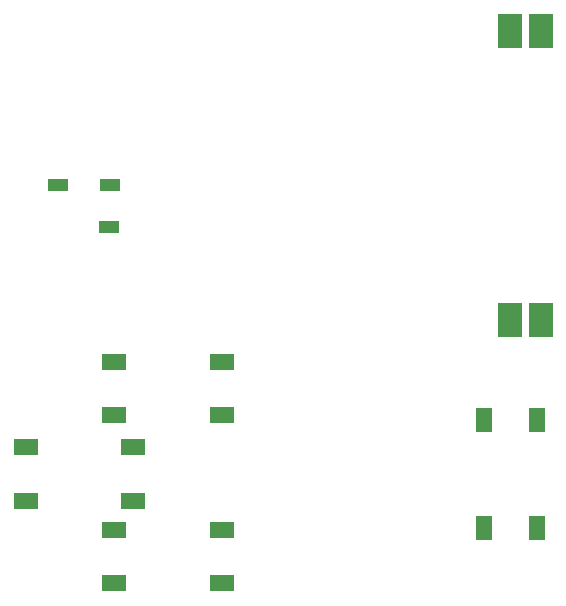
<source format=gtp>
G04 Layer: TopPasteMaskLayer*
G04 EasyEDA Pro v2.2.27.1, 2024-09-03 10:08:37*
G04 Gerber Generator version 0.3*
G04 Scale: 100 percent, Rotated: No, Reflected: No*
G04 Dimensions in millimeters*
G04 Leading zeros omitted, absolute positions, 3 integers and 5 decimals*
%FSLAX35Y35*%
%MOMM*%
%ADD10R,1.8X1.0*%
%ADD11R,2.1X1.40005*%
%ADD12R,1.40005X2.1*%
%ADD13R,2.0X2.89999*%
G75*


G04 Pad Start*
G54D10*
G01X444699Y3925051D03*
G01X884881Y3925051D03*
G01X875000Y3564980D03*
G54D11*
G01X169718Y1249854D03*
G01X1080308Y1249854D03*
G01X1080308Y1700146D03*
G01X169718Y1700146D03*
G01X919718Y1974855D03*
G01X1830308Y1974855D03*
G01X1830308Y2425146D03*
G01X919718Y2425146D03*
G54D12*
G01X4049854Y1930282D03*
G01X4049854Y1019692D03*
G01X4500146Y1019692D03*
G01X4500146Y1930282D03*
G54D13*
G01X4529997Y2775009D03*
G01X4270003Y2775009D03*
G01X4529997Y5224991D03*
G01X4270003Y5224991D03*
G54D11*
G01X919718Y549854D03*
G01X1830308Y549854D03*
G01X1830308Y1000146D03*
G01X919718Y1000146D03*
G04 Pad End*

M02*


</source>
